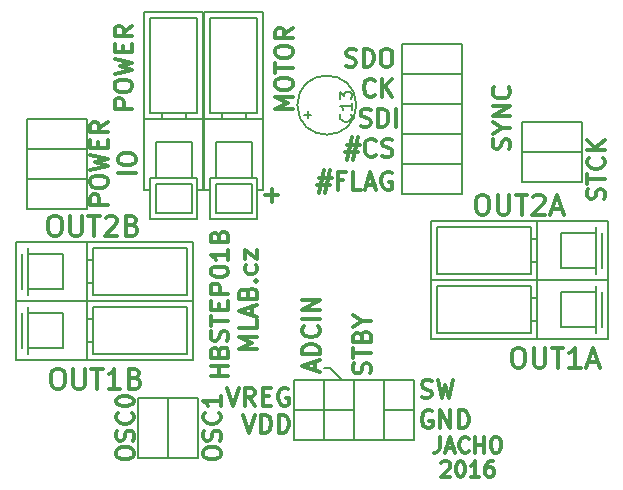
<source format=gbr>
G04 #@! TF.FileFunction,Legend,Top*
%FSLAX46Y46*%
G04 Gerber Fmt 4.6, Leading zero omitted, Abs format (unit mm)*
G04 Created by KiCad (PCBNEW (2015-05-13 BZR 5653)-product) date 7. 1. 2016 10:12:27*
%MOMM*%
G01*
G04 APERTURE LIST*
%ADD10C,0.300000*%
%ADD11C,0.200000*%
%ADD12C,0.150000*%
G04 APERTURE END LIST*
D10*
D11*
X26924000Y10160000D02*
X26416000Y10160000D01*
X27940000Y9144000D02*
X26924000Y10160000D01*
D10*
X35559857Y6465000D02*
X35417000Y6536429D01*
X35202714Y6536429D01*
X34988429Y6465000D01*
X34845571Y6322143D01*
X34774143Y6179286D01*
X34702714Y5893571D01*
X34702714Y5679286D01*
X34774143Y5393571D01*
X34845571Y5250714D01*
X34988429Y5107857D01*
X35202714Y5036429D01*
X35345571Y5036429D01*
X35559857Y5107857D01*
X35631286Y5179286D01*
X35631286Y5679286D01*
X35345571Y5679286D01*
X36274143Y5036429D02*
X36274143Y6536429D01*
X37131286Y5036429D01*
X37131286Y6536429D01*
X37845572Y5036429D02*
X37845572Y6536429D01*
X38202715Y6536429D01*
X38417000Y6465000D01*
X38559858Y6322143D01*
X38631286Y6179286D01*
X38702715Y5893571D01*
X38702715Y5679286D01*
X38631286Y5393571D01*
X38559858Y5250714D01*
X38417000Y5107857D01*
X38202715Y5036429D01*
X37845572Y5036429D01*
X34702714Y7647857D02*
X34917000Y7576429D01*
X35274143Y7576429D01*
X35417000Y7647857D01*
X35488429Y7719286D01*
X35559857Y7862143D01*
X35559857Y8005000D01*
X35488429Y8147857D01*
X35417000Y8219286D01*
X35274143Y8290714D01*
X34988429Y8362143D01*
X34845571Y8433571D01*
X34774143Y8505000D01*
X34702714Y8647857D01*
X34702714Y8790714D01*
X34774143Y8933571D01*
X34845571Y9005000D01*
X34988429Y9076429D01*
X35345571Y9076429D01*
X35559857Y9005000D01*
X36059857Y9076429D02*
X36417000Y7576429D01*
X36702714Y8647857D01*
X36988428Y7576429D01*
X37345571Y9076429D01*
X30726286Y33246286D02*
X30654857Y33174857D01*
X30440571Y33103429D01*
X30297714Y33103429D01*
X30083429Y33174857D01*
X29940571Y33317714D01*
X29869143Y33460571D01*
X29797714Y33746286D01*
X29797714Y33960571D01*
X29869143Y34246286D01*
X29940571Y34389143D01*
X30083429Y34532000D01*
X30297714Y34603429D01*
X30440571Y34603429D01*
X30654857Y34532000D01*
X30726286Y34460571D01*
X31369143Y33103429D02*
X31369143Y34603429D01*
X32226286Y33103429D02*
X31583429Y33960571D01*
X32226286Y34603429D02*
X31369143Y33746286D01*
X16196571Y2758572D02*
X16196571Y3044286D01*
X16268000Y3187144D01*
X16410857Y3330001D01*
X16696571Y3401429D01*
X17196571Y3401429D01*
X17482286Y3330001D01*
X17625143Y3187144D01*
X17696571Y3044286D01*
X17696571Y2758572D01*
X17625143Y2615715D01*
X17482286Y2472858D01*
X17196571Y2401429D01*
X16696571Y2401429D01*
X16410857Y2472858D01*
X16268000Y2615715D01*
X16196571Y2758572D01*
X17625143Y3972858D02*
X17696571Y4187144D01*
X17696571Y4544287D01*
X17625143Y4687144D01*
X17553714Y4758573D01*
X17410857Y4830001D01*
X17268000Y4830001D01*
X17125143Y4758573D01*
X17053714Y4687144D01*
X16982286Y4544287D01*
X16910857Y4258573D01*
X16839429Y4115715D01*
X16768000Y4044287D01*
X16625143Y3972858D01*
X16482286Y3972858D01*
X16339429Y4044287D01*
X16268000Y4115715D01*
X16196571Y4258573D01*
X16196571Y4615715D01*
X16268000Y4830001D01*
X17553714Y6330001D02*
X17625143Y6258572D01*
X17696571Y6044286D01*
X17696571Y5901429D01*
X17625143Y5687144D01*
X17482286Y5544286D01*
X17339429Y5472858D01*
X17053714Y5401429D01*
X16839429Y5401429D01*
X16553714Y5472858D01*
X16410857Y5544286D01*
X16268000Y5687144D01*
X16196571Y5901429D01*
X16196571Y6044286D01*
X16268000Y6258572D01*
X16339429Y6330001D01*
X17696571Y7758572D02*
X17696571Y6901429D01*
X17696571Y7330001D02*
X16196571Y7330001D01*
X16410857Y7187144D01*
X16553714Y7044286D01*
X16625143Y6901429D01*
X8830571Y2758572D02*
X8830571Y3044286D01*
X8902000Y3187144D01*
X9044857Y3330001D01*
X9330571Y3401429D01*
X9830571Y3401429D01*
X10116286Y3330001D01*
X10259143Y3187144D01*
X10330571Y3044286D01*
X10330571Y2758572D01*
X10259143Y2615715D01*
X10116286Y2472858D01*
X9830571Y2401429D01*
X9330571Y2401429D01*
X9044857Y2472858D01*
X8902000Y2615715D01*
X8830571Y2758572D01*
X10259143Y3972858D02*
X10330571Y4187144D01*
X10330571Y4544287D01*
X10259143Y4687144D01*
X10187714Y4758573D01*
X10044857Y4830001D01*
X9902000Y4830001D01*
X9759143Y4758573D01*
X9687714Y4687144D01*
X9616286Y4544287D01*
X9544857Y4258573D01*
X9473429Y4115715D01*
X9402000Y4044287D01*
X9259143Y3972858D01*
X9116286Y3972858D01*
X8973429Y4044287D01*
X8902000Y4115715D01*
X8830571Y4258573D01*
X8830571Y4615715D01*
X8902000Y4830001D01*
X10187714Y6330001D02*
X10259143Y6258572D01*
X10330571Y6044286D01*
X10330571Y5901429D01*
X10259143Y5687144D01*
X10116286Y5544286D01*
X9973429Y5472858D01*
X9687714Y5401429D01*
X9473429Y5401429D01*
X9187714Y5472858D01*
X9044857Y5544286D01*
X8902000Y5687144D01*
X8830571Y5901429D01*
X8830571Y6044286D01*
X8902000Y6258572D01*
X8973429Y6330001D01*
X8830571Y7258572D02*
X8830571Y7401429D01*
X8902000Y7544286D01*
X8973429Y7615715D01*
X9116286Y7687144D01*
X9402000Y7758572D01*
X9759143Y7758572D01*
X10044857Y7687144D01*
X10187714Y7615715D01*
X10259143Y7544286D01*
X10330571Y7401429D01*
X10330571Y7258572D01*
X10259143Y7115715D01*
X10187714Y7044286D01*
X10044857Y6972858D01*
X9759143Y6901429D01*
X9402000Y6901429D01*
X9116286Y6972858D01*
X8973429Y7044286D01*
X8902000Y7115715D01*
X8830571Y7258572D01*
X36224666Y4267905D02*
X36224666Y3339333D01*
X36162762Y3153619D01*
X36038952Y3029810D01*
X35853238Y2967905D01*
X35729428Y2967905D01*
X36781809Y3339333D02*
X37400857Y3339333D01*
X36658000Y2967905D02*
X37091333Y4267905D01*
X37524666Y2967905D01*
X38700857Y3091714D02*
X38638952Y3029810D01*
X38453238Y2967905D01*
X38329428Y2967905D01*
X38143714Y3029810D01*
X38019905Y3153619D01*
X37958000Y3277429D01*
X37896095Y3525048D01*
X37896095Y3710762D01*
X37958000Y3958381D01*
X38019905Y4082190D01*
X38143714Y4206000D01*
X38329428Y4267905D01*
X38453238Y4267905D01*
X38638952Y4206000D01*
X38700857Y4144095D01*
X39258000Y2967905D02*
X39258000Y4267905D01*
X39258000Y3648857D02*
X40000857Y3648857D01*
X40000857Y2967905D02*
X40000857Y4267905D01*
X40867524Y4267905D02*
X41115143Y4267905D01*
X41238952Y4206000D01*
X41362762Y4082190D01*
X41424667Y3834571D01*
X41424667Y3401238D01*
X41362762Y3153619D01*
X41238952Y3029810D01*
X41115143Y2967905D01*
X40867524Y2967905D01*
X40743714Y3029810D01*
X40619905Y3153619D01*
X40558000Y3401238D01*
X40558000Y3834571D01*
X40619905Y4082190D01*
X40743714Y4206000D01*
X40867524Y4267905D01*
X36379429Y2112095D02*
X36441334Y2174000D01*
X36565143Y2235905D01*
X36874667Y2235905D01*
X36998477Y2174000D01*
X37060381Y2112095D01*
X37122286Y1988286D01*
X37122286Y1864476D01*
X37060381Y1678762D01*
X36317524Y935905D01*
X37122286Y935905D01*
X37927048Y2235905D02*
X38050857Y2235905D01*
X38174667Y2174000D01*
X38236572Y2112095D01*
X38298476Y1988286D01*
X38360381Y1740667D01*
X38360381Y1431143D01*
X38298476Y1183524D01*
X38236572Y1059714D01*
X38174667Y997810D01*
X38050857Y935905D01*
X37927048Y935905D01*
X37803238Y997810D01*
X37741334Y1059714D01*
X37679429Y1183524D01*
X37617524Y1431143D01*
X37617524Y1740667D01*
X37679429Y1988286D01*
X37741334Y2112095D01*
X37803238Y2174000D01*
X37927048Y2235905D01*
X39598476Y935905D02*
X38855619Y935905D01*
X39227048Y935905D02*
X39227048Y2235905D01*
X39103238Y2050190D01*
X38979429Y1926381D01*
X38855619Y1864476D01*
X40712762Y2235905D02*
X40465143Y2235905D01*
X40341333Y2174000D01*
X40279428Y2112095D01*
X40155619Y1926381D01*
X40093714Y1678762D01*
X40093714Y1183524D01*
X40155619Y1059714D01*
X40217524Y997810D01*
X40341333Y935905D01*
X40588952Y935905D01*
X40712762Y997810D01*
X40774666Y1059714D01*
X40836571Y1183524D01*
X40836571Y1493048D01*
X40774666Y1616857D01*
X40712762Y1678762D01*
X40588952Y1740667D01*
X40341333Y1740667D01*
X40217524Y1678762D01*
X40155619Y1616857D01*
X40093714Y1493048D01*
X18331571Y9422572D02*
X16831571Y9422572D01*
X17545857Y9422572D02*
X17545857Y10279715D01*
X18331571Y10279715D02*
X16831571Y10279715D01*
X17545857Y11494001D02*
X17617286Y11708287D01*
X17688714Y11779715D01*
X17831571Y11851144D01*
X18045857Y11851144D01*
X18188714Y11779715D01*
X18260143Y11708287D01*
X18331571Y11565429D01*
X18331571Y10994001D01*
X16831571Y10994001D01*
X16831571Y11494001D01*
X16903000Y11636858D01*
X16974429Y11708287D01*
X17117286Y11779715D01*
X17260143Y11779715D01*
X17403000Y11708287D01*
X17474429Y11636858D01*
X17545857Y11494001D01*
X17545857Y10994001D01*
X18260143Y12422572D02*
X18331571Y12636858D01*
X18331571Y12994001D01*
X18260143Y13136858D01*
X18188714Y13208287D01*
X18045857Y13279715D01*
X17903000Y13279715D01*
X17760143Y13208287D01*
X17688714Y13136858D01*
X17617286Y12994001D01*
X17545857Y12708287D01*
X17474429Y12565429D01*
X17403000Y12494001D01*
X17260143Y12422572D01*
X17117286Y12422572D01*
X16974429Y12494001D01*
X16903000Y12565429D01*
X16831571Y12708287D01*
X16831571Y13065429D01*
X16903000Y13279715D01*
X16831571Y13708286D02*
X16831571Y14565429D01*
X18331571Y14136858D02*
X16831571Y14136858D01*
X17545857Y15065429D02*
X17545857Y15565429D01*
X18331571Y15779715D02*
X18331571Y15065429D01*
X16831571Y15065429D01*
X16831571Y15779715D01*
X18331571Y16422572D02*
X16831571Y16422572D01*
X16831571Y16994000D01*
X16903000Y17136858D01*
X16974429Y17208286D01*
X17117286Y17279715D01*
X17331571Y17279715D01*
X17474429Y17208286D01*
X17545857Y17136858D01*
X17617286Y16994000D01*
X17617286Y16422572D01*
X16831571Y18208286D02*
X16831571Y18351143D01*
X16903000Y18494000D01*
X16974429Y18565429D01*
X17117286Y18636858D01*
X17403000Y18708286D01*
X17760143Y18708286D01*
X18045857Y18636858D01*
X18188714Y18565429D01*
X18260143Y18494000D01*
X18331571Y18351143D01*
X18331571Y18208286D01*
X18260143Y18065429D01*
X18188714Y17994000D01*
X18045857Y17922572D01*
X17760143Y17851143D01*
X17403000Y17851143D01*
X17117286Y17922572D01*
X16974429Y17994000D01*
X16903000Y18065429D01*
X16831571Y18208286D01*
X18331571Y20136857D02*
X18331571Y19279714D01*
X18331571Y19708286D02*
X16831571Y19708286D01*
X17045857Y19565429D01*
X17188714Y19422571D01*
X17260143Y19279714D01*
X17545857Y21279714D02*
X17617286Y21494000D01*
X17688714Y21565428D01*
X17831571Y21636857D01*
X18045857Y21636857D01*
X18188714Y21565428D01*
X18260143Y21494000D01*
X18331571Y21351142D01*
X18331571Y20779714D01*
X16831571Y20779714D01*
X16831571Y21279714D01*
X16903000Y21422571D01*
X16974429Y21494000D01*
X17117286Y21565428D01*
X17260143Y21565428D01*
X17403000Y21494000D01*
X17474429Y21422571D01*
X17545857Y21279714D01*
X17545857Y20779714D01*
X20744571Y11767857D02*
X19244571Y11767857D01*
X20316000Y12267857D01*
X19244571Y12767857D01*
X20744571Y12767857D01*
X20744571Y14196429D02*
X20744571Y13482143D01*
X19244571Y13482143D01*
X20316000Y14625000D02*
X20316000Y15339286D01*
X20744571Y14482143D02*
X19244571Y14982143D01*
X20744571Y15482143D01*
X19958857Y16482143D02*
X20030286Y16696429D01*
X20101714Y16767857D01*
X20244571Y16839286D01*
X20458857Y16839286D01*
X20601714Y16767857D01*
X20673143Y16696429D01*
X20744571Y16553571D01*
X20744571Y15982143D01*
X19244571Y15982143D01*
X19244571Y16482143D01*
X19316000Y16625000D01*
X19387429Y16696429D01*
X19530286Y16767857D01*
X19673143Y16767857D01*
X19816000Y16696429D01*
X19887429Y16625000D01*
X19958857Y16482143D01*
X19958857Y15982143D01*
X20601714Y17482143D02*
X20673143Y17553571D01*
X20744571Y17482143D01*
X20673143Y17410714D01*
X20601714Y17482143D01*
X20744571Y17482143D01*
X20673143Y18839286D02*
X20744571Y18696429D01*
X20744571Y18410715D01*
X20673143Y18267857D01*
X20601714Y18196429D01*
X20458857Y18125000D01*
X20030286Y18125000D01*
X19887429Y18196429D01*
X19816000Y18267857D01*
X19744571Y18410715D01*
X19744571Y18696429D01*
X19816000Y18839286D01*
X19744571Y19339286D02*
X19744571Y20125000D01*
X20744571Y19339286D01*
X20744571Y20125000D01*
X30325143Y9672143D02*
X30396571Y9886429D01*
X30396571Y10243572D01*
X30325143Y10386429D01*
X30253714Y10457858D01*
X30110857Y10529286D01*
X29968000Y10529286D01*
X29825143Y10457858D01*
X29753714Y10386429D01*
X29682286Y10243572D01*
X29610857Y9957858D01*
X29539429Y9815000D01*
X29468000Y9743572D01*
X29325143Y9672143D01*
X29182286Y9672143D01*
X29039429Y9743572D01*
X28968000Y9815000D01*
X28896571Y9957858D01*
X28896571Y10315000D01*
X28968000Y10529286D01*
X28896571Y10957857D02*
X28896571Y11815000D01*
X30396571Y11386429D02*
X28896571Y11386429D01*
X29610857Y12815000D02*
X29682286Y13029286D01*
X29753714Y13100714D01*
X29896571Y13172143D01*
X30110857Y13172143D01*
X30253714Y13100714D01*
X30325143Y13029286D01*
X30396571Y12886428D01*
X30396571Y12315000D01*
X28896571Y12315000D01*
X28896571Y12815000D01*
X28968000Y12957857D01*
X29039429Y13029286D01*
X29182286Y13100714D01*
X29325143Y13100714D01*
X29468000Y13029286D01*
X29539429Y12957857D01*
X29610857Y12815000D01*
X29610857Y12315000D01*
X29682286Y14100714D02*
X30396571Y14100714D01*
X28896571Y13600714D02*
X29682286Y14100714D01*
X28896571Y14600714D01*
X25650000Y9937714D02*
X25650000Y10652000D01*
X26078571Y9794857D02*
X24578571Y10294857D01*
X26078571Y10794857D01*
X26078571Y11294857D02*
X24578571Y11294857D01*
X24578571Y11652000D01*
X24650000Y11866285D01*
X24792857Y12009143D01*
X24935714Y12080571D01*
X25221429Y12152000D01*
X25435714Y12152000D01*
X25721429Y12080571D01*
X25864286Y12009143D01*
X26007143Y11866285D01*
X26078571Y11652000D01*
X26078571Y11294857D01*
X25935714Y13652000D02*
X26007143Y13580571D01*
X26078571Y13366285D01*
X26078571Y13223428D01*
X26007143Y13009143D01*
X25864286Y12866285D01*
X25721429Y12794857D01*
X25435714Y12723428D01*
X25221429Y12723428D01*
X24935714Y12794857D01*
X24792857Y12866285D01*
X24650000Y13009143D01*
X24578571Y13223428D01*
X24578571Y13366285D01*
X24650000Y13580571D01*
X24721429Y13652000D01*
X26078571Y14294857D02*
X24578571Y14294857D01*
X26078571Y15009143D02*
X24578571Y15009143D01*
X26078571Y15866286D01*
X24578571Y15866286D01*
X18249000Y8441429D02*
X18749000Y6941429D01*
X19249000Y8441429D01*
X20606143Y6941429D02*
X20106143Y7655714D01*
X19749000Y6941429D02*
X19749000Y8441429D01*
X20320428Y8441429D01*
X20463286Y8370000D01*
X20534714Y8298571D01*
X20606143Y8155714D01*
X20606143Y7941429D01*
X20534714Y7798571D01*
X20463286Y7727143D01*
X20320428Y7655714D01*
X19749000Y7655714D01*
X21249000Y7727143D02*
X21749000Y7727143D01*
X21963286Y6941429D02*
X21249000Y6941429D01*
X21249000Y8441429D01*
X21963286Y8441429D01*
X23391857Y8370000D02*
X23249000Y8441429D01*
X23034714Y8441429D01*
X22820429Y8370000D01*
X22677571Y8227143D01*
X22606143Y8084286D01*
X22534714Y7798571D01*
X22534714Y7584286D01*
X22606143Y7298571D01*
X22677571Y7155714D01*
X22820429Y7012857D01*
X23034714Y6941429D01*
X23177571Y6941429D01*
X23391857Y7012857D01*
X23463286Y7084286D01*
X23463286Y7584286D01*
X23177571Y7584286D01*
X19606143Y6155429D02*
X20106143Y4655429D01*
X20606143Y6155429D01*
X21106143Y4655429D02*
X21106143Y6155429D01*
X21463286Y6155429D01*
X21677571Y6084000D01*
X21820429Y5941143D01*
X21891857Y5798286D01*
X21963286Y5512571D01*
X21963286Y5298286D01*
X21891857Y5012571D01*
X21820429Y4869714D01*
X21677571Y4726857D01*
X21463286Y4655429D01*
X21106143Y4655429D01*
X22606143Y4655429D02*
X22606143Y6155429D01*
X22963286Y6155429D01*
X23177571Y6084000D01*
X23320429Y5941143D01*
X23391857Y5798286D01*
X23463286Y5512571D01*
X23463286Y5298286D01*
X23391857Y5012571D01*
X23320429Y4869714D01*
X23177571Y4726857D01*
X22963286Y4655429D01*
X22606143Y4655429D01*
X26012000Y26229429D02*
X27083429Y26229429D01*
X26440572Y26872286D02*
X26012000Y24943714D01*
X26940572Y25586571D02*
X25869143Y25586571D01*
X26512000Y24943714D02*
X26940572Y26872286D01*
X28083429Y26015143D02*
X27583429Y26015143D01*
X27583429Y25229429D02*
X27583429Y26729429D01*
X28297715Y26729429D01*
X29583429Y25229429D02*
X28869143Y25229429D01*
X28869143Y26729429D01*
X30012000Y25658000D02*
X30726286Y25658000D01*
X29869143Y25229429D02*
X30369143Y26729429D01*
X30869143Y25229429D01*
X32154857Y26658000D02*
X32012000Y26729429D01*
X31797714Y26729429D01*
X31583429Y26658000D01*
X31440571Y26515143D01*
X31369143Y26372286D01*
X31297714Y26086571D01*
X31297714Y25872286D01*
X31369143Y25586571D01*
X31440571Y25443714D01*
X31583429Y25300857D01*
X31797714Y25229429D01*
X31940571Y25229429D01*
X32154857Y25300857D01*
X32226286Y25372286D01*
X32226286Y25872286D01*
X31940571Y25872286D01*
X42136143Y28663000D02*
X42207571Y28877286D01*
X42207571Y29234429D01*
X42136143Y29377286D01*
X42064714Y29448715D01*
X41921857Y29520143D01*
X41779000Y29520143D01*
X41636143Y29448715D01*
X41564714Y29377286D01*
X41493286Y29234429D01*
X41421857Y28948715D01*
X41350429Y28805857D01*
X41279000Y28734429D01*
X41136143Y28663000D01*
X40993286Y28663000D01*
X40850429Y28734429D01*
X40779000Y28805857D01*
X40707571Y28948715D01*
X40707571Y29305857D01*
X40779000Y29520143D01*
X41493286Y30448714D02*
X42207571Y30448714D01*
X40707571Y29948714D02*
X41493286Y30448714D01*
X40707571Y30948714D01*
X42207571Y31448714D02*
X40707571Y31448714D01*
X42207571Y32305857D01*
X40707571Y32305857D01*
X42064714Y33877286D02*
X42136143Y33805857D01*
X42207571Y33591571D01*
X42207571Y33448714D01*
X42136143Y33234429D01*
X41993286Y33091571D01*
X41850429Y33020143D01*
X41564714Y32948714D01*
X41350429Y32948714D01*
X41064714Y33020143D01*
X40921857Y33091571D01*
X40779000Y33234429D01*
X40707571Y33448714D01*
X40707571Y33591571D01*
X40779000Y33805857D01*
X40850429Y33877286D01*
X29535857Y30634857D02*
X29750143Y30563429D01*
X30107286Y30563429D01*
X30250143Y30634857D01*
X30321572Y30706286D01*
X30393000Y30849143D01*
X30393000Y30992000D01*
X30321572Y31134857D01*
X30250143Y31206286D01*
X30107286Y31277714D01*
X29821572Y31349143D01*
X29678714Y31420571D01*
X29607286Y31492000D01*
X29535857Y31634857D01*
X29535857Y31777714D01*
X29607286Y31920571D01*
X29678714Y31992000D01*
X29821572Y32063429D01*
X30178714Y32063429D01*
X30393000Y31992000D01*
X31035857Y30563429D02*
X31035857Y32063429D01*
X31393000Y32063429D01*
X31607285Y31992000D01*
X31750143Y31849143D01*
X31821571Y31706286D01*
X31893000Y31420571D01*
X31893000Y31206286D01*
X31821571Y30920571D01*
X31750143Y30777714D01*
X31607285Y30634857D01*
X31393000Y30563429D01*
X31035857Y30563429D01*
X32535857Y30563429D02*
X32535857Y32063429D01*
X28297714Y35714857D02*
X28512000Y35643429D01*
X28869143Y35643429D01*
X29012000Y35714857D01*
X29083429Y35786286D01*
X29154857Y35929143D01*
X29154857Y36072000D01*
X29083429Y36214857D01*
X29012000Y36286286D01*
X28869143Y36357714D01*
X28583429Y36429143D01*
X28440571Y36500571D01*
X28369143Y36572000D01*
X28297714Y36714857D01*
X28297714Y36857714D01*
X28369143Y37000571D01*
X28440571Y37072000D01*
X28583429Y37143429D01*
X28940571Y37143429D01*
X29154857Y37072000D01*
X29797714Y35643429D02*
X29797714Y37143429D01*
X30154857Y37143429D01*
X30369142Y37072000D01*
X30512000Y36929143D01*
X30583428Y36786286D01*
X30654857Y36500571D01*
X30654857Y36286286D01*
X30583428Y36000571D01*
X30512000Y35857714D01*
X30369142Y35714857D01*
X30154857Y35643429D01*
X29797714Y35643429D01*
X31583428Y37143429D02*
X31869142Y37143429D01*
X32012000Y37072000D01*
X32154857Y36929143D01*
X32226285Y36643429D01*
X32226285Y36143429D01*
X32154857Y35857714D01*
X32012000Y35714857D01*
X31869142Y35643429D01*
X31583428Y35643429D01*
X31440571Y35714857D01*
X31297714Y35857714D01*
X31226285Y36143429D01*
X31226285Y36643429D01*
X31297714Y36929143D01*
X31440571Y37072000D01*
X31583428Y37143429D01*
X50137143Y24432286D02*
X50208571Y24646572D01*
X50208571Y25003715D01*
X50137143Y25146572D01*
X50065714Y25218001D01*
X49922857Y25289429D01*
X49780000Y25289429D01*
X49637143Y25218001D01*
X49565714Y25146572D01*
X49494286Y25003715D01*
X49422857Y24718001D01*
X49351429Y24575143D01*
X49280000Y24503715D01*
X49137143Y24432286D01*
X48994286Y24432286D01*
X48851429Y24503715D01*
X48780000Y24575143D01*
X48708571Y24718001D01*
X48708571Y25075143D01*
X48780000Y25289429D01*
X48708571Y25718000D02*
X48708571Y26575143D01*
X50208571Y26146572D02*
X48708571Y26146572D01*
X50065714Y27932286D02*
X50137143Y27860857D01*
X50208571Y27646571D01*
X50208571Y27503714D01*
X50137143Y27289429D01*
X49994286Y27146571D01*
X49851429Y27075143D01*
X49565714Y27003714D01*
X49351429Y27003714D01*
X49065714Y27075143D01*
X48922857Y27146571D01*
X48780000Y27289429D01*
X48708571Y27503714D01*
X48708571Y27646571D01*
X48780000Y27860857D01*
X48851429Y27932286D01*
X50208571Y28575143D02*
X48708571Y28575143D01*
X50208571Y29432286D02*
X49351429Y28789429D01*
X48708571Y29432286D02*
X49565714Y28575143D01*
X28369143Y29023429D02*
X29440572Y29023429D01*
X28797715Y29666286D02*
X28369143Y27737714D01*
X29297715Y28380571D02*
X28226286Y28380571D01*
X28869143Y27737714D02*
X29297715Y29666286D01*
X30797715Y28166286D02*
X30726286Y28094857D01*
X30512000Y28023429D01*
X30369143Y28023429D01*
X30154858Y28094857D01*
X30012000Y28237714D01*
X29940572Y28380571D01*
X29869143Y28666286D01*
X29869143Y28880571D01*
X29940572Y29166286D01*
X30012000Y29309143D01*
X30154858Y29452000D01*
X30369143Y29523429D01*
X30512000Y29523429D01*
X30726286Y29452000D01*
X30797715Y29380571D01*
X31369143Y28094857D02*
X31583429Y28023429D01*
X31940572Y28023429D01*
X32083429Y28094857D01*
X32154858Y28166286D01*
X32226286Y28309143D01*
X32226286Y28452000D01*
X32154858Y28594857D01*
X32083429Y28666286D01*
X31940572Y28737714D01*
X31654858Y28809143D01*
X31512000Y28880571D01*
X31440572Y28952000D01*
X31369143Y29094857D01*
X31369143Y29237714D01*
X31440572Y29380571D01*
X31512000Y29452000D01*
X31654858Y29523429D01*
X32012000Y29523429D01*
X32226286Y29452000D01*
X23792571Y32040143D02*
X22292571Y32040143D01*
X23364000Y32540143D01*
X22292571Y33040143D01*
X23792571Y33040143D01*
X22292571Y34040143D02*
X22292571Y34325857D01*
X22364000Y34468715D01*
X22506857Y34611572D01*
X22792571Y34683000D01*
X23292571Y34683000D01*
X23578286Y34611572D01*
X23721143Y34468715D01*
X23792571Y34325857D01*
X23792571Y34040143D01*
X23721143Y33897286D01*
X23578286Y33754429D01*
X23292571Y33683000D01*
X22792571Y33683000D01*
X22506857Y33754429D01*
X22364000Y33897286D01*
X22292571Y34040143D01*
X22292571Y35111572D02*
X22292571Y35968715D01*
X23792571Y35540144D02*
X22292571Y35540144D01*
X22292571Y36754429D02*
X22292571Y37040143D01*
X22364000Y37183001D01*
X22506857Y37325858D01*
X22792571Y37397286D01*
X23292571Y37397286D01*
X23578286Y37325858D01*
X23721143Y37183001D01*
X23792571Y37040143D01*
X23792571Y36754429D01*
X23721143Y36611572D01*
X23578286Y36468715D01*
X23292571Y36397286D01*
X22792571Y36397286D01*
X22506857Y36468715D01*
X22364000Y36611572D01*
X22292571Y36754429D01*
X23792571Y38897287D02*
X23078286Y38397287D01*
X23792571Y38040144D02*
X22292571Y38040144D01*
X22292571Y38611572D01*
X22364000Y38754430D01*
X22435429Y38825858D01*
X22578286Y38897287D01*
X22792571Y38897287D01*
X22935429Y38825858D01*
X23006857Y38754430D01*
X23078286Y38611572D01*
X23078286Y38040144D01*
X10203571Y32095714D02*
X8703571Y32095714D01*
X8703571Y32667142D01*
X8775000Y32810000D01*
X8846429Y32881428D01*
X8989286Y32952857D01*
X9203571Y32952857D01*
X9346429Y32881428D01*
X9417857Y32810000D01*
X9489286Y32667142D01*
X9489286Y32095714D01*
X8703571Y33881428D02*
X8703571Y34167142D01*
X8775000Y34310000D01*
X8917857Y34452857D01*
X9203571Y34524285D01*
X9703571Y34524285D01*
X9989286Y34452857D01*
X10132143Y34310000D01*
X10203571Y34167142D01*
X10203571Y33881428D01*
X10132143Y33738571D01*
X9989286Y33595714D01*
X9703571Y33524285D01*
X9203571Y33524285D01*
X8917857Y33595714D01*
X8775000Y33738571D01*
X8703571Y33881428D01*
X8703571Y35024286D02*
X10203571Y35381429D01*
X9132143Y35667143D01*
X10203571Y35952857D01*
X8703571Y36310000D01*
X9417857Y36881429D02*
X9417857Y37381429D01*
X10203571Y37595715D02*
X10203571Y36881429D01*
X8703571Y36881429D01*
X8703571Y37595715D01*
X10203571Y39095715D02*
X9489286Y38595715D01*
X10203571Y38238572D02*
X8703571Y38238572D01*
X8703571Y38810000D01*
X8775000Y38952858D01*
X8846429Y39024286D01*
X8989286Y39095715D01*
X9203571Y39095715D01*
X9346429Y39024286D01*
X9417857Y38952858D01*
X9489286Y38810000D01*
X9489286Y38238572D01*
X8114571Y23967714D02*
X6614571Y23967714D01*
X6614571Y24539142D01*
X6686000Y24682000D01*
X6757429Y24753428D01*
X6900286Y24824857D01*
X7114571Y24824857D01*
X7257429Y24753428D01*
X7328857Y24682000D01*
X7400286Y24539142D01*
X7400286Y23967714D01*
X6614571Y25753428D02*
X6614571Y26039142D01*
X6686000Y26182000D01*
X6828857Y26324857D01*
X7114571Y26396285D01*
X7614571Y26396285D01*
X7900286Y26324857D01*
X8043143Y26182000D01*
X8114571Y26039142D01*
X8114571Y25753428D01*
X8043143Y25610571D01*
X7900286Y25467714D01*
X7614571Y25396285D01*
X7114571Y25396285D01*
X6828857Y25467714D01*
X6686000Y25610571D01*
X6614571Y25753428D01*
X6614571Y26896286D02*
X8114571Y27253429D01*
X7043143Y27539143D01*
X8114571Y27824857D01*
X6614571Y28182000D01*
X7328857Y28753429D02*
X7328857Y29253429D01*
X8114571Y29467715D02*
X8114571Y28753429D01*
X6614571Y28753429D01*
X6614571Y29467715D01*
X8114571Y30967715D02*
X7400286Y30467715D01*
X8114571Y30110572D02*
X6614571Y30110572D01*
X6614571Y30682000D01*
X6686000Y30824858D01*
X6757429Y30896286D01*
X6900286Y30967715D01*
X7114571Y30967715D01*
X7257429Y30896286D01*
X7328857Y30824858D01*
X7400286Y30682000D01*
X7400286Y30110572D01*
X10514571Y26646286D02*
X9014571Y26646286D01*
X9014571Y27646286D02*
X9014571Y27932000D01*
X9086000Y28074858D01*
X9228857Y28217715D01*
X9514571Y28289143D01*
X10014571Y28289143D01*
X10300286Y28217715D01*
X10443143Y28074858D01*
X10514571Y27932000D01*
X10514571Y27646286D01*
X10443143Y27503429D01*
X10300286Y27360572D01*
X10014571Y27289143D01*
X9514571Y27289143D01*
X9228857Y27360572D01*
X9086000Y27503429D01*
X9014571Y27646286D01*
X22567828Y24734057D02*
X21424971Y24734057D01*
X21996400Y24162629D02*
X21996400Y25305486D01*
X3752476Y10074952D02*
X4076286Y10074952D01*
X4238191Y9994000D01*
X4400095Y9832095D01*
X4481048Y9508286D01*
X4481048Y8941619D01*
X4400095Y8617810D01*
X4238191Y8455905D01*
X4076286Y8374952D01*
X3752476Y8374952D01*
X3590572Y8455905D01*
X3428667Y8617810D01*
X3347715Y8941619D01*
X3347715Y9508286D01*
X3428667Y9832095D01*
X3590572Y9994000D01*
X3752476Y10074952D01*
X5209619Y10074952D02*
X5209619Y8698762D01*
X5290571Y8536857D01*
X5371524Y8455905D01*
X5533428Y8374952D01*
X5857238Y8374952D01*
X6019143Y8455905D01*
X6100095Y8536857D01*
X6181047Y8698762D01*
X6181047Y10074952D01*
X6747714Y10074952D02*
X7719142Y10074952D01*
X7233428Y8374952D02*
X7233428Y10074952D01*
X9176285Y8374952D02*
X8204857Y8374952D01*
X8690571Y8374952D02*
X8690571Y10074952D01*
X8528666Y9832095D01*
X8366761Y9670190D01*
X8204857Y9589238D01*
X10471524Y9265429D02*
X10714381Y9184476D01*
X10795333Y9103524D01*
X10876285Y8941619D01*
X10876285Y8698762D01*
X10795333Y8536857D01*
X10714381Y8455905D01*
X10552476Y8374952D01*
X9904857Y8374952D01*
X9904857Y10074952D01*
X10471524Y10074952D01*
X10633428Y9994000D01*
X10714381Y9913048D01*
X10795333Y9751143D01*
X10795333Y9589238D01*
X10714381Y9427333D01*
X10633428Y9346381D01*
X10471524Y9265429D01*
X9904857Y9265429D01*
X3498476Y23028952D02*
X3822286Y23028952D01*
X3984191Y22948000D01*
X4146095Y22786095D01*
X4227048Y22462286D01*
X4227048Y21895619D01*
X4146095Y21571810D01*
X3984191Y21409905D01*
X3822286Y21328952D01*
X3498476Y21328952D01*
X3336572Y21409905D01*
X3174667Y21571810D01*
X3093715Y21895619D01*
X3093715Y22462286D01*
X3174667Y22786095D01*
X3336572Y22948000D01*
X3498476Y23028952D01*
X4955619Y23028952D02*
X4955619Y21652762D01*
X5036571Y21490857D01*
X5117524Y21409905D01*
X5279428Y21328952D01*
X5603238Y21328952D01*
X5765143Y21409905D01*
X5846095Y21490857D01*
X5927047Y21652762D01*
X5927047Y23028952D01*
X6493714Y23028952D02*
X7465142Y23028952D01*
X6979428Y21328952D02*
X6979428Y23028952D01*
X7950857Y22867048D02*
X8031809Y22948000D01*
X8193714Y23028952D01*
X8598476Y23028952D01*
X8760380Y22948000D01*
X8841333Y22867048D01*
X8922285Y22705143D01*
X8922285Y22543238D01*
X8841333Y22300381D01*
X7869904Y21328952D01*
X8922285Y21328952D01*
X10217524Y22219429D02*
X10460381Y22138476D01*
X10541333Y22057524D01*
X10622285Y21895619D01*
X10622285Y21652762D01*
X10541333Y21490857D01*
X10460381Y21409905D01*
X10298476Y21328952D01*
X9650857Y21328952D01*
X9650857Y23028952D01*
X10217524Y23028952D01*
X10379428Y22948000D01*
X10460381Y22867048D01*
X10541333Y22705143D01*
X10541333Y22543238D01*
X10460381Y22381333D01*
X10379428Y22300381D01*
X10217524Y22219429D01*
X9650857Y22219429D01*
X39687905Y24806952D02*
X40011715Y24806952D01*
X40173620Y24726000D01*
X40335524Y24564095D01*
X40416477Y24240286D01*
X40416477Y23673619D01*
X40335524Y23349810D01*
X40173620Y23187905D01*
X40011715Y23106952D01*
X39687905Y23106952D01*
X39526001Y23187905D01*
X39364096Y23349810D01*
X39283144Y23673619D01*
X39283144Y24240286D01*
X39364096Y24564095D01*
X39526001Y24726000D01*
X39687905Y24806952D01*
X41145048Y24806952D02*
X41145048Y23430762D01*
X41226000Y23268857D01*
X41306953Y23187905D01*
X41468857Y23106952D01*
X41792667Y23106952D01*
X41954572Y23187905D01*
X42035524Y23268857D01*
X42116476Y23430762D01*
X42116476Y24806952D01*
X42683143Y24806952D02*
X43654571Y24806952D01*
X43168857Y23106952D02*
X43168857Y24806952D01*
X44140286Y24645048D02*
X44221238Y24726000D01*
X44383143Y24806952D01*
X44787905Y24806952D01*
X44949809Y24726000D01*
X45030762Y24645048D01*
X45111714Y24483143D01*
X45111714Y24321238D01*
X45030762Y24078381D01*
X44059333Y23106952D01*
X45111714Y23106952D01*
X45759334Y23592667D02*
X46568857Y23592667D01*
X45597429Y23106952D02*
X46164095Y24806952D01*
X46730762Y23106952D01*
X42735905Y11852952D02*
X43059715Y11852952D01*
X43221620Y11772000D01*
X43383524Y11610095D01*
X43464477Y11286286D01*
X43464477Y10719619D01*
X43383524Y10395810D01*
X43221620Y10233905D01*
X43059715Y10152952D01*
X42735905Y10152952D01*
X42574001Y10233905D01*
X42412096Y10395810D01*
X42331144Y10719619D01*
X42331144Y11286286D01*
X42412096Y11610095D01*
X42574001Y11772000D01*
X42735905Y11852952D01*
X44193048Y11852952D02*
X44193048Y10476762D01*
X44274000Y10314857D01*
X44354953Y10233905D01*
X44516857Y10152952D01*
X44840667Y10152952D01*
X45002572Y10233905D01*
X45083524Y10314857D01*
X45164476Y10476762D01*
X45164476Y11852952D01*
X45731143Y11852952D02*
X46702571Y11852952D01*
X46216857Y10152952D02*
X46216857Y11852952D01*
X48159714Y10152952D02*
X47188286Y10152952D01*
X47674000Y10152952D02*
X47674000Y11852952D01*
X47512095Y11610095D01*
X47350190Y11448190D01*
X47188286Y11367238D01*
X48807334Y10638667D02*
X49616857Y10638667D01*
X48645429Y10152952D02*
X49212095Y11852952D01*
X49778762Y10152952D01*
D12*
X11216000Y25226000D02*
X11716000Y25226000D01*
X15716000Y25226000D02*
X16216000Y25226000D01*
X11215900Y31226000D02*
X16216100Y31226000D01*
X11215900Y40226000D02*
X16216100Y40226000D01*
X12215000Y23226000D02*
X15217000Y23226000D01*
X12215000Y25725900D02*
X15217000Y25725900D01*
X15716000Y22725900D02*
X11716000Y22725900D01*
X15716000Y26226000D02*
X11716000Y26226000D01*
X12215900Y29226000D02*
X15216100Y29226000D01*
X15716000Y31726100D02*
X11716000Y31726100D01*
X11716000Y39726100D02*
X15716000Y39726100D01*
X12716000Y31726100D02*
X12716000Y31226000D01*
X12216000Y25725900D02*
X12216000Y23226000D01*
X11716000Y26226000D02*
X11716000Y22725900D01*
X14716000Y31726100D02*
X14716000Y31226000D01*
X15216000Y25725900D02*
X15216000Y23226000D01*
X15716000Y26226000D02*
X15716000Y22725000D01*
X12216000Y29226000D02*
X12216000Y26226000D01*
X11716000Y39726100D02*
X11716000Y31726100D01*
X11216000Y31226000D02*
X11216000Y25226000D01*
X15216000Y29226000D02*
X15216000Y26226000D01*
X15716000Y39726100D02*
X15716000Y31726100D01*
X16216000Y31226000D02*
X16216000Y25226000D01*
X11216000Y31226000D02*
X11216000Y40226000D01*
X16216000Y40226000D02*
X16216000Y31226000D01*
X16296000Y25226000D02*
X16796000Y25226000D01*
X20796000Y25226000D02*
X21296000Y25226000D01*
X16295900Y31226000D02*
X21296100Y31226000D01*
X16295900Y40226000D02*
X21296100Y40226000D01*
X17295000Y23226000D02*
X20297000Y23226000D01*
X17295000Y25725900D02*
X20297000Y25725900D01*
X20796000Y22725900D02*
X16796000Y22725900D01*
X20796000Y26226000D02*
X16796000Y26226000D01*
X17295900Y29226000D02*
X20296100Y29226000D01*
X20796000Y31726100D02*
X16796000Y31726100D01*
X16796000Y39726100D02*
X20796000Y39726100D01*
X17796000Y31726100D02*
X17796000Y31226000D01*
X17296000Y25725900D02*
X17296000Y23226000D01*
X16796000Y26226000D02*
X16796000Y22725900D01*
X19796000Y31726100D02*
X19796000Y31226000D01*
X20296000Y25725900D02*
X20296000Y23226000D01*
X20796000Y26226000D02*
X20796000Y22725000D01*
X17296000Y29226000D02*
X17296000Y26226000D01*
X16796000Y39726100D02*
X16796000Y31726100D01*
X16296000Y31226000D02*
X16296000Y25226000D01*
X20296000Y29226000D02*
X20296000Y26226000D01*
X20796000Y39726100D02*
X20796000Y31726100D01*
X21296000Y31226000D02*
X21296000Y25226000D01*
X16296000Y31226000D02*
X16296000Y40226000D01*
X21296000Y40226000D02*
X21296000Y31226000D01*
X26416000Y6604000D02*
X28956000Y6604000D01*
X28956000Y6604000D02*
X28956000Y4064000D01*
X28956000Y4064000D02*
X26416000Y4064000D01*
X26416000Y4064000D02*
X26416000Y6604000D01*
X26416000Y9144000D02*
X28956000Y9144000D01*
X28956000Y9144000D02*
X28956000Y6604000D01*
X28956000Y6604000D02*
X26416000Y6604000D01*
X26416000Y6604000D02*
X26416000Y9144000D01*
X23876000Y9144000D02*
X26416000Y9144000D01*
X26416000Y9144000D02*
X26416000Y6604000D01*
X26416000Y6604000D02*
X23876000Y6604000D01*
X23876000Y6604000D02*
X23876000Y9144000D01*
X23876000Y6604000D02*
X26416000Y6604000D01*
X26416000Y6604000D02*
X26416000Y4064000D01*
X26416000Y4064000D02*
X23876000Y4064000D01*
X23876000Y4064000D02*
X23876000Y6604000D01*
X10668000Y2540000D02*
X10668000Y7620000D01*
X10668000Y7620000D02*
X13208000Y7620000D01*
X13208000Y7620000D02*
X13208000Y2540000D01*
X13208000Y2540000D02*
X10668000Y2540000D01*
X13208000Y2540000D02*
X13208000Y7620000D01*
X13208000Y7620000D02*
X15748000Y7620000D01*
X15748000Y7620000D02*
X15748000Y2540000D01*
X15748000Y2540000D02*
X13208000Y2540000D01*
X33020000Y32512000D02*
X38100000Y32512000D01*
X38100000Y32512000D02*
X38100000Y29972000D01*
X38100000Y29972000D02*
X33020000Y29972000D01*
X33020000Y29972000D02*
X33020000Y32512000D01*
X33020000Y35052000D02*
X38100000Y35052000D01*
X38100000Y35052000D02*
X38100000Y32512000D01*
X38100000Y32512000D02*
X33020000Y32512000D01*
X33020000Y32512000D02*
X33020000Y35052000D01*
X33020000Y29972000D02*
X38100000Y29972000D01*
X38100000Y29972000D02*
X38100000Y27432000D01*
X38100000Y27432000D02*
X33020000Y27432000D01*
X33020000Y27432000D02*
X33020000Y29972000D01*
X28956000Y4064000D02*
X28956000Y9144000D01*
X28956000Y9144000D02*
X31496000Y9144000D01*
X31496000Y9144000D02*
X31496000Y4064000D01*
X31496000Y4064000D02*
X28956000Y4064000D01*
X43180000Y28448000D02*
X48260000Y28448000D01*
X48260000Y28448000D02*
X48260000Y25908000D01*
X48260000Y25908000D02*
X43180000Y25908000D01*
X43180000Y25908000D02*
X43180000Y28448000D01*
X43180000Y30988000D02*
X48260000Y30988000D01*
X48260000Y30988000D02*
X48260000Y28448000D01*
X48260000Y28448000D02*
X43180000Y28448000D01*
X43180000Y28448000D02*
X43180000Y30988000D01*
X33020000Y27432000D02*
X38100000Y27432000D01*
X38100000Y27432000D02*
X38100000Y24892000D01*
X38100000Y24892000D02*
X33020000Y24892000D01*
X33020000Y24892000D02*
X33020000Y27432000D01*
X1270000Y31242000D02*
X6350000Y31242000D01*
X6350000Y31242000D02*
X6350000Y28702000D01*
X6350000Y28702000D02*
X1270000Y28702000D01*
X1270000Y28702000D02*
X1270000Y31242000D01*
X1270000Y28702000D02*
X6350000Y28702000D01*
X6350000Y28702000D02*
X6350000Y26162000D01*
X6350000Y26162000D02*
X1270000Y26162000D01*
X1270000Y26162000D02*
X1270000Y28702000D01*
X1270000Y26162000D02*
X6350000Y26162000D01*
X6350000Y26162000D02*
X6350000Y23622000D01*
X6350000Y23622000D02*
X1270000Y23622000D01*
X1270000Y23622000D02*
X1270000Y26162000D01*
X25069800Y31584900D02*
X25369520Y31584900D01*
X25069800Y31584900D02*
X25069800Y31884620D01*
X25069800Y31285180D02*
X25069800Y31584900D01*
X25069800Y31584900D02*
X24770080Y31584900D01*
X29169360Y32385000D02*
G75*
G03X29169360Y32385000I-2499360J0D01*
G01*
X33020000Y37592000D02*
X38100000Y37592000D01*
X38100000Y37592000D02*
X38100000Y35052000D01*
X38100000Y35052000D02*
X33020000Y35052000D01*
X33020000Y35052000D02*
X33020000Y37592000D01*
X334000Y20788000D02*
X334000Y15788000D01*
X6334000Y20788100D02*
X6334000Y15787900D01*
X15334000Y20788100D02*
X15334000Y15787900D01*
X833900Y19789000D02*
X833900Y16787000D01*
X1334000Y16288000D02*
X1334000Y20288000D01*
X4334000Y19788100D02*
X4334000Y16787900D01*
X6834100Y16288000D02*
X6834100Y20288000D01*
X14834100Y20288000D02*
X14834100Y16288000D01*
X6834100Y19288000D02*
X6334000Y19288000D01*
X6834100Y17288000D02*
X6334000Y17288000D01*
X4334000Y19788000D02*
X1334000Y19788000D01*
X14834100Y20288000D02*
X6834100Y20288000D01*
X6334000Y20788000D02*
X334000Y20788000D01*
X4334000Y16788000D02*
X1334000Y16788000D01*
X14834100Y16288000D02*
X6834100Y16288000D01*
X6334000Y15788000D02*
X334000Y15788000D01*
X6334000Y20788000D02*
X15334000Y20788000D01*
X15334000Y15788000D02*
X6334000Y15788000D01*
X334000Y15788000D02*
X334000Y10788000D01*
X6334000Y15788100D02*
X6334000Y10787900D01*
X15334000Y15788100D02*
X15334000Y10787900D01*
X833900Y14789000D02*
X833900Y11787000D01*
X1334000Y11288000D02*
X1334000Y15288000D01*
X4334000Y14788100D02*
X4334000Y11787900D01*
X6834100Y11288000D02*
X6834100Y15288000D01*
X14834100Y15288000D02*
X14834100Y11288000D01*
X6834100Y14288000D02*
X6334000Y14288000D01*
X6834100Y12288000D02*
X6334000Y12288000D01*
X4334000Y14788000D02*
X1334000Y14788000D01*
X14834100Y15288000D02*
X6834100Y15288000D01*
X6334000Y15788000D02*
X334000Y15788000D01*
X4334000Y11788000D02*
X1334000Y11788000D01*
X14834100Y11288000D02*
X6834100Y11288000D01*
X6334000Y10788000D02*
X334000Y10788000D01*
X6334000Y15788000D02*
X15334000Y15788000D01*
X15334000Y10788000D02*
X6334000Y10788000D01*
X50466000Y17566000D02*
X50466000Y22566000D01*
X44466000Y17565900D02*
X44466000Y22566100D01*
X35466000Y17565900D02*
X35466000Y22566100D01*
X49966100Y18565000D02*
X49966100Y21567000D01*
X49466000Y22066000D02*
X49466000Y18066000D01*
X46466000Y18565900D02*
X46466000Y21566100D01*
X43965900Y22066000D02*
X43965900Y18066000D01*
X35965900Y18066000D02*
X35965900Y22066000D01*
X43965900Y19066000D02*
X44466000Y19066000D01*
X43965900Y21066000D02*
X44466000Y21066000D01*
X46466000Y18566000D02*
X49466000Y18566000D01*
X35965900Y18066000D02*
X43965900Y18066000D01*
X44466000Y17566000D02*
X50466000Y17566000D01*
X46466000Y21566000D02*
X49466000Y21566000D01*
X35965900Y22066000D02*
X43965900Y22066000D01*
X44466000Y22566000D02*
X50466000Y22566000D01*
X44466000Y17566000D02*
X35466000Y17566000D01*
X35466000Y22566000D02*
X44466000Y22566000D01*
X50466000Y12566000D02*
X50466000Y17566000D01*
X44466000Y12565900D02*
X44466000Y17566100D01*
X35466000Y12565900D02*
X35466000Y17566100D01*
X49966100Y13565000D02*
X49966100Y16567000D01*
X49466000Y17066000D02*
X49466000Y13066000D01*
X46466000Y13565900D02*
X46466000Y16566100D01*
X43965900Y17066000D02*
X43965900Y13066000D01*
X35965900Y13066000D02*
X35965900Y17066000D01*
X43965900Y14066000D02*
X44466000Y14066000D01*
X43965900Y16066000D02*
X44466000Y16066000D01*
X46466000Y13566000D02*
X49466000Y13566000D01*
X35965900Y13066000D02*
X43965900Y13066000D01*
X44466000Y12566000D02*
X50466000Y12566000D01*
X46466000Y16566000D02*
X49466000Y16566000D01*
X35965900Y17066000D02*
X43965900Y17066000D01*
X44466000Y17566000D02*
X50466000Y17566000D01*
X44466000Y12566000D02*
X35466000Y12566000D01*
X35466000Y17566000D02*
X44466000Y17566000D01*
X31496000Y6604000D02*
X34036000Y6604000D01*
X34036000Y6604000D02*
X34036000Y4064000D01*
X34036000Y4064000D02*
X31496000Y4064000D01*
X31496000Y4064000D02*
X31496000Y6604000D01*
X31496000Y9144000D02*
X34036000Y9144000D01*
X34036000Y9144000D02*
X34036000Y6604000D01*
X34036000Y6604000D02*
X31496000Y6604000D01*
X31496000Y6604000D02*
X31496000Y9144000D01*
X28678143Y31615143D02*
X28725762Y31567524D01*
X28773381Y31424667D01*
X28773381Y31329429D01*
X28725762Y31186571D01*
X28630524Y31091333D01*
X28535286Y31043714D01*
X28344810Y30996095D01*
X28201952Y30996095D01*
X28011476Y31043714D01*
X27916238Y31091333D01*
X27821000Y31186571D01*
X27773381Y31329429D01*
X27773381Y31424667D01*
X27821000Y31567524D01*
X27868619Y31615143D01*
X28773381Y32567524D02*
X28773381Y31996095D01*
X28773381Y32281809D02*
X27773381Y32281809D01*
X27916238Y32186571D01*
X28011476Y32091333D01*
X28059095Y31996095D01*
X27773381Y32900857D02*
X27773381Y33519905D01*
X28154333Y33186571D01*
X28154333Y33329429D01*
X28201952Y33424667D01*
X28249571Y33472286D01*
X28344810Y33519905D01*
X28582905Y33519905D01*
X28678143Y33472286D01*
X28725762Y33424667D01*
X28773381Y33329429D01*
X28773381Y33043714D01*
X28725762Y32948476D01*
X28678143Y32900857D01*
M02*

</source>
